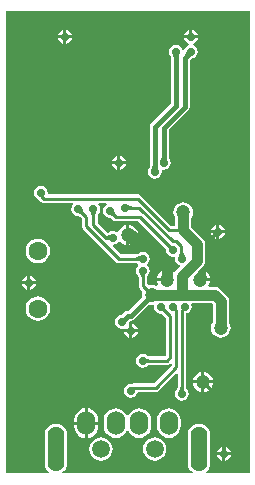
<source format=gbl>
%FSLAX44Y44*%
%MOMM*%
G71*
G01*
G75*
G04 Layer_Physical_Order=2*
G04 Layer_Color=16711680*
%ADD10C,0.2540*%
%ADD11C,0.3810*%
%ADD12C,0.5080*%
%ADD13R,0.9000X1.0000*%
%ADD14R,2.1000X3.0000*%
%ADD15R,0.8000X1.7000*%
%ADD16O,0.8000X1.7000*%
%ADD17R,1.0000X0.9000*%
%ADD18R,1.0000X1.0000*%
%ADD19O,0.6000X1.9000*%
%ADD20R,1.0000X1.0000*%
%ADD21R,1.8000X1.3000*%
%ADD22O,1.5500X0.2500*%
%ADD23O,0.2500X1.5500*%
%ADD24R,2.0000X1.2000*%
%ADD25C,0.7620*%
%ADD26C,1.2700*%
%ADD27C,0.8890*%
%ADD28C,1.6000*%
%ADD29O,1.4000X3.8000*%
%ADD30O,1.5240X2.0320*%
%ADD31C,1.5000*%
%ADD32C,0.7000*%
%ADD33C,1.2000*%
G36*
X209734Y3626D02*
X172931D01*
X172500Y4896D01*
X173628Y5761D01*
X175116Y7701D01*
X176052Y9960D01*
X176371Y12384D01*
Y36384D01*
X176052Y38808D01*
X175116Y41067D01*
X173628Y43007D01*
X171688Y44495D01*
X169429Y45431D01*
X167005Y45750D01*
X164581Y45431D01*
X162322Y44495D01*
X160382Y43007D01*
X158894Y41067D01*
X157958Y38808D01*
X157639Y36384D01*
Y12384D01*
X157958Y9960D01*
X158894Y7701D01*
X160382Y5761D01*
X161510Y4896D01*
X161079Y3626D01*
X51773D01*
X51342Y4896D01*
X52470Y5761D01*
X53958Y7701D01*
X54894Y9960D01*
X55213Y12384D01*
Y36384D01*
X54894Y38808D01*
X53958Y41067D01*
X52470Y43007D01*
X50530Y44495D01*
X48271Y45431D01*
X45847Y45750D01*
X43423Y45431D01*
X41164Y44495D01*
X39224Y43007D01*
X37736Y41067D01*
X36800Y38808D01*
X36481Y36384D01*
Y12384D01*
X36800Y9960D01*
X37736Y7701D01*
X39224Y5761D01*
X40352Y4896D01*
X39921Y3626D01*
X3626D01*
Y395154D01*
X209734D01*
Y3626D01*
D02*
G37*
%LPC*%
G36*
X168910Y89726D02*
X167951Y89600D01*
X165873Y88740D01*
X164089Y87371D01*
X162720Y85587D01*
X161860Y83509D01*
X161733Y82550D01*
X168910D01*
Y89726D01*
D02*
G37*
G36*
X171450D02*
Y82550D01*
X178626D01*
X178500Y83509D01*
X177640Y85587D01*
X176271Y87371D01*
X174487Y88740D01*
X172409Y89600D01*
X171450Y89726D01*
D02*
G37*
G36*
X178626Y80010D02*
X171450D01*
Y72833D01*
X172409Y72960D01*
X174487Y73820D01*
X176271Y75189D01*
X177640Y76973D01*
X178500Y79051D01*
X178626Y80010D01*
D02*
G37*
G36*
X116459Y58759D02*
X113873Y58419D01*
X111463Y57421D01*
X109394Y55833D01*
X107806Y53764D01*
X107113Y52091D01*
X105739D01*
X105046Y53764D01*
X103458Y55833D01*
X101389Y57421D01*
X98979Y58419D01*
X96393Y58759D01*
X93807Y58419D01*
X91397Y57421D01*
X89328Y55833D01*
X87740Y53764D01*
X86742Y51354D01*
X86402Y48768D01*
Y43688D01*
X86742Y41102D01*
X87740Y38692D01*
X89328Y36623D01*
X91397Y35035D01*
X93807Y34037D01*
X96393Y33696D01*
X98979Y34037D01*
X101389Y35035D01*
X103458Y36623D01*
X105046Y38692D01*
X105739Y40365D01*
X107113D01*
X107806Y38692D01*
X109394Y36623D01*
X111463Y35035D01*
X113873Y34037D01*
X116459Y33696D01*
X119045Y34037D01*
X121455Y35035D01*
X123524Y36623D01*
X125112Y38692D01*
X126110Y41102D01*
X126451Y43688D01*
Y48768D01*
X126110Y51354D01*
X125112Y53764D01*
X123524Y55833D01*
X121455Y57421D01*
X119045Y58419D01*
X116459Y58759D01*
D02*
G37*
G36*
X168910Y80010D02*
X161733D01*
X161860Y79051D01*
X162720Y76973D01*
X164089Y75189D01*
X165873Y73820D01*
X167951Y72960D01*
X168910Y72833D01*
Y80010D01*
D02*
G37*
G36*
X107950Y123190D02*
X103314D01*
X103531Y122103D01*
X104865Y120105D01*
X106863Y118771D01*
X107950Y118554D01*
Y123190D01*
D02*
G37*
G36*
X30480Y153615D02*
X27795Y153261D01*
X25293Y152225D01*
X23144Y150576D01*
X21495Y148427D01*
X20459Y145925D01*
X20105Y143240D01*
X20459Y140555D01*
X21495Y138053D01*
X23144Y135904D01*
X25293Y134255D01*
X27795Y133219D01*
X30480Y132865D01*
X33165Y133219D01*
X35667Y134255D01*
X37816Y135904D01*
X39465Y138053D01*
X40501Y140555D01*
X40855Y143240D01*
X40501Y145925D01*
X39465Y148427D01*
X37816Y150576D01*
X35667Y152225D01*
X33165Y153261D01*
X30480Y153615D01*
D02*
G37*
G36*
X21590Y163830D02*
X16954D01*
X17170Y162743D01*
X18505Y160745D01*
X20503Y159410D01*
X21590Y159194D01*
Y163830D01*
D02*
G37*
G36*
X110490Y130366D02*
Y125730D01*
X115126D01*
X114909Y126817D01*
X113575Y128815D01*
X111577Y130149D01*
X110490Y130366D01*
D02*
G37*
G36*
X115126Y123190D02*
X110490D01*
Y118554D01*
X111577Y118771D01*
X113575Y120105D01*
X114909Y122103D01*
X115126Y123190D01*
D02*
G37*
G36*
X33020Y247199D02*
X30762Y246750D01*
X28849Y245471D01*
X27570Y243558D01*
X27121Y241300D01*
X27570Y239042D01*
X28849Y237129D01*
X30762Y235850D01*
X30813Y235840D01*
X32996Y233656D01*
X32996Y233656D01*
X33701Y233185D01*
X34172Y232870D01*
X35560Y232594D01*
X60122D01*
X60480Y231324D01*
X59320Y229588D01*
X58871Y227330D01*
X59320Y225072D01*
X60599Y223158D01*
X62512Y221880D01*
X64770Y221431D01*
X64819Y221441D01*
X65434Y221318D01*
X65996Y220942D01*
X66008Y220954D01*
X66013Y220959D01*
X66013Y220959D01*
X67494Y219478D01*
Y213360D01*
X67494Y213360D01*
X67770Y211973D01*
X68556Y210796D01*
X96496Y182856D01*
X96496Y182856D01*
X97673Y182070D01*
X99060Y181794D01*
X99060Y181794D01*
X113996D01*
Y181787D01*
Y181770D01*
X114660Y181638D01*
X115181Y181290D01*
X115209Y181248D01*
X115618Y180975D01*
Y179705D01*
X115209Y179431D01*
X113930Y177518D01*
X113481Y175260D01*
X113930Y173002D01*
X115209Y171089D01*
X115251Y171061D01*
X115598Y170540D01*
X115730Y169876D01*
X115754D01*
Y162560D01*
X115754Y162560D01*
X116030Y161173D01*
X116816Y159996D01*
X119156Y157656D01*
X118927Y157103D01*
X118643Y154940D01*
X118912Y152895D01*
X107450Y141433D01*
X106680D01*
X106680Y141433D01*
X105045Y141108D01*
X103658Y140182D01*
X103658Y140182D01*
X101420Y137944D01*
X99342Y137530D01*
X97429Y136251D01*
X96150Y134338D01*
X95701Y132080D01*
X96150Y129822D01*
X97429Y127908D01*
X99342Y126630D01*
X101600Y126181D01*
X102357Y126331D01*
X102958Y125730D01*
X107950D01*
Y130722D01*
X107349Y131323D01*
X107464Y131901D01*
X108450Y132887D01*
X109220D01*
X110855Y133212D01*
X112242Y134138D01*
X124955Y146852D01*
X127000Y146582D01*
X128054Y146721D01*
X128922Y145794D01*
X128721Y144780D01*
X129170Y142522D01*
X130449Y140609D01*
X132362Y139330D01*
X134620Y138881D01*
X135264Y139009D01*
X139122Y135150D01*
Y103610D01*
X138198Y102686D01*
X124417D01*
X124291Y102709D01*
X124172Y102742D01*
X124063Y102782D01*
X123960Y102829D01*
X123859Y102887D01*
X123758Y102956D01*
X123710Y102995D01*
X123552Y103231D01*
X121638Y104510D01*
X119380Y104959D01*
X117122Y104510D01*
X115209Y103231D01*
X113930Y101318D01*
X113481Y99060D01*
X113930Y96802D01*
X115209Y94888D01*
X117122Y93610D01*
X119380Y93161D01*
X121638Y93610D01*
X123552Y94888D01*
X123710Y95125D01*
X123758Y95164D01*
X123859Y95233D01*
X123960Y95291D01*
X124063Y95338D01*
X124172Y95378D01*
X124291Y95411D01*
X124417Y95434D01*
X139700D01*
X139700Y95434D01*
X141088Y95710D01*
X142264Y96496D01*
X142775Y97008D01*
X143948Y96522D01*
Y94941D01*
X128833Y79826D01*
X111760D01*
X110372Y79550D01*
X110119Y79380D01*
X109220Y79559D01*
X106962Y79110D01*
X105049Y77832D01*
X103770Y75918D01*
X103321Y73660D01*
X103770Y71402D01*
X105049Y69489D01*
X106962Y68210D01*
X109220Y67761D01*
X111478Y68210D01*
X113392Y69489D01*
X114670Y71402D01*
X114903Y72574D01*
X130335D01*
X130335Y72574D01*
X131722Y72850D01*
X132899Y73636D01*
X147601Y88338D01*
X148774Y87852D01*
Y76157D01*
X148751Y76031D01*
X148718Y75912D01*
X148678Y75803D01*
X148631Y75700D01*
X148573Y75599D01*
X148504Y75498D01*
X148465Y75450D01*
X148229Y75292D01*
X146950Y73378D01*
X146501Y71120D01*
X146950Y68862D01*
X148229Y66948D01*
X150142Y65670D01*
X152400Y65221D01*
X154658Y65670D01*
X156572Y66948D01*
X157850Y68862D01*
X158299Y71120D01*
X157850Y73378D01*
X156572Y75292D01*
X156335Y75450D01*
X156296Y75498D01*
X156227Y75599D01*
X156169Y75700D01*
X156122Y75803D01*
X156082Y75912D01*
X156049Y76031D01*
X156026Y76157D01*
Y139097D01*
X157198Y139330D01*
X159111Y140609D01*
X160390Y142522D01*
X160839Y144780D01*
X160407Y146952D01*
X160417Y147232D01*
X160946Y148222D01*
X177457D01*
X178631Y147048D01*
Y131763D01*
X178182Y131179D01*
X177347Y129163D01*
X177062Y127000D01*
X177347Y124837D01*
X178182Y122821D01*
X179510Y121090D01*
X181241Y119762D01*
X183257Y118927D01*
X185420Y118643D01*
X187583Y118927D01*
X189599Y119762D01*
X191330Y121090D01*
X192658Y122821D01*
X193493Y124837D01*
X193778Y127000D01*
X193493Y129163D01*
X192658Y131179D01*
X192209Y131763D01*
Y149860D01*
X191978Y151617D01*
X191299Y153255D01*
X190831Y153865D01*
X190221Y154661D01*
X185070Y159812D01*
X183664Y160891D01*
X182985Y161171D01*
X182026Y161569D01*
X181209Y161676D01*
X180269Y161800D01*
X175177D01*
X174615Y162939D01*
X174997Y163436D01*
X175857Y165514D01*
X175984Y166473D01*
X167537D01*
Y169013D01*
X175984D01*
X175857Y169972D01*
X174997Y172050D01*
X173628Y173834D01*
X171844Y175203D01*
X169766Y176063D01*
X169146Y176145D01*
X168738Y177347D01*
X169901Y178510D01*
X170979Y179916D01*
X171658Y181553D01*
X171889Y183310D01*
Y198120D01*
X171658Y199877D01*
X170979Y201514D01*
X169901Y202921D01*
X160459Y212362D01*
Y220026D01*
X160908Y220611D01*
X161743Y222627D01*
X162027Y224790D01*
X161743Y226953D01*
X160908Y228969D01*
X159580Y230700D01*
X157849Y232028D01*
X155833Y232863D01*
X153670Y233148D01*
X151507Y232863D01*
X149491Y232028D01*
X147760Y230700D01*
X146432Y228969D01*
X145597Y226953D01*
X145312Y224790D01*
X145597Y222627D01*
X146432Y220611D01*
X146881Y220026D01*
Y213176D01*
X143422D01*
X117814Y238784D01*
X116637Y239570D01*
X115250Y239846D01*
X115250Y239846D01*
X39631D01*
X38825Y240827D01*
X38919Y241300D01*
X38470Y243558D01*
X37192Y245471D01*
X35278Y246750D01*
X33020Y247199D01*
D02*
G37*
G36*
X129413Y34254D02*
X126858Y33918D01*
X124478Y32932D01*
X122434Y31363D01*
X120865Y29319D01*
X119879Y26939D01*
X119543Y24384D01*
X119879Y21829D01*
X120865Y19449D01*
X122434Y17405D01*
X124478Y15836D01*
X126858Y14850D01*
X129413Y14514D01*
X131968Y14850D01*
X134348Y15836D01*
X136392Y17405D01*
X137961Y19449D01*
X138947Y21829D01*
X139283Y24384D01*
X138947Y26939D01*
X137961Y29319D01*
X136392Y31363D01*
X134348Y32932D01*
X131968Y33918D01*
X129413Y34254D01*
D02*
G37*
G36*
X186690Y26226D02*
X185603Y26010D01*
X183605Y24675D01*
X182271Y22677D01*
X182054Y21590D01*
X186690D01*
Y26226D01*
D02*
G37*
G36*
X83947Y34254D02*
X81392Y33918D01*
X79012Y32932D01*
X76968Y31363D01*
X75399Y29319D01*
X74413Y26939D01*
X74077Y24384D01*
X74413Y21829D01*
X75399Y19449D01*
X76968Y17405D01*
X79012Y15836D01*
X81392Y14850D01*
X83947Y14514D01*
X86502Y14850D01*
X88882Y15836D01*
X90927Y17405D01*
X92495Y19449D01*
X93481Y21829D01*
X93817Y24384D01*
X93481Y26939D01*
X92495Y29319D01*
X90927Y31363D01*
X88882Y32932D01*
X86502Y33918D01*
X83947Y34254D01*
D02*
G37*
G36*
X186690Y19050D02*
X182054D01*
X182271Y17963D01*
X183605Y15965D01*
X185603Y14631D01*
X186690Y14414D01*
Y19050D01*
D02*
G37*
G36*
X193866D02*
X189230D01*
Y14414D01*
X190317Y14631D01*
X192315Y15965D01*
X193650Y17963D01*
X193866Y19050D01*
D02*
G37*
G36*
X189230Y26226D02*
Y21590D01*
X193866D01*
X193650Y22677D01*
X192315Y24675D01*
X190317Y26010D01*
X189230Y26226D01*
D02*
G37*
G36*
X70231Y58849D02*
X68849Y58667D01*
X66377Y57643D01*
X64255Y56014D01*
X62626Y53892D01*
X61603Y51420D01*
X61253Y48768D01*
Y47498D01*
X70231D01*
Y58849D01*
D02*
G37*
G36*
X72771D02*
Y47498D01*
X81749D01*
Y48768D01*
X81399Y51420D01*
X80376Y53892D01*
X78747Y56014D01*
X76625Y57643D01*
X74153Y58667D01*
X72771Y58849D01*
D02*
G37*
G36*
X141351Y58759D02*
X138765Y58419D01*
X136355Y57421D01*
X134286Y55833D01*
X132698Y53764D01*
X131700Y51354D01*
X131360Y48768D01*
Y43688D01*
X131700Y41102D01*
X132698Y38692D01*
X134286Y36623D01*
X136355Y35035D01*
X138765Y34037D01*
X141351Y33696D01*
X143937Y34037D01*
X146347Y35035D01*
X148416Y36623D01*
X150004Y38692D01*
X151002Y41102D01*
X151342Y43688D01*
Y48768D01*
X151002Y51354D01*
X150004Y53764D01*
X148416Y55833D01*
X146347Y57421D01*
X143937Y58419D01*
X141351Y58759D01*
D02*
G37*
G36*
X70231Y44958D02*
X61253D01*
Y43688D01*
X61603Y41036D01*
X62626Y38564D01*
X64255Y36442D01*
X66377Y34813D01*
X68849Y33790D01*
X70231Y33607D01*
Y44958D01*
D02*
G37*
G36*
X81749D02*
X72771D01*
Y33607D01*
X74153Y33790D01*
X76625Y34813D01*
X78747Y36442D01*
X80376Y38564D01*
X81399Y41036D01*
X81749Y43688D01*
Y44958D01*
D02*
G37*
G36*
X97790Y272606D02*
X96703Y272390D01*
X94705Y271055D01*
X93371Y269057D01*
X93154Y267970D01*
X97790D01*
Y272606D01*
D02*
G37*
G36*
X100330D02*
Y267970D01*
X104966D01*
X104749Y269057D01*
X103415Y271055D01*
X101417Y272390D01*
X100330Y272606D01*
D02*
G37*
G36*
X165926Y372110D02*
X154114D01*
X154331Y371023D01*
X155665Y369025D01*
X157663Y367691D01*
X158380Y367548D01*
Y366253D01*
X157762Y366130D01*
X155849Y364851D01*
X154570Y362938D01*
X154317Y361669D01*
X153023D01*
X152770Y362938D01*
X151491Y364851D01*
X149578Y366130D01*
X147320Y366579D01*
X145062Y366130D01*
X143148Y364851D01*
X141870Y362938D01*
X141421Y360680D01*
X141870Y358422D01*
X143011Y356714D01*
X143047Y356628D01*
Y316730D01*
X126447Y300131D01*
X125521Y298744D01*
X125196Y297109D01*
Y263009D01*
X125179Y262967D01*
X124090Y261338D01*
X123641Y259080D01*
X124090Y256822D01*
X125368Y254909D01*
X127282Y253630D01*
X129540Y253181D01*
X131798Y253630D01*
X133712Y254909D01*
X134990Y256822D01*
X135439Y259080D01*
X135235Y260107D01*
X136133Y261005D01*
X137160Y260801D01*
X139418Y261250D01*
X141332Y262528D01*
X142610Y264442D01*
X143059Y266700D01*
X142610Y268958D01*
X141469Y270666D01*
X141433Y270752D01*
Y294409D01*
X157962Y310937D01*
X157962Y310937D01*
X158888Y312324D01*
X159213Y313959D01*
Y353830D01*
X160176Y354793D01*
X160262Y354829D01*
X162278Y355230D01*
X164191Y356508D01*
X165470Y358422D01*
X165919Y360680D01*
X165470Y362938D01*
X164191Y364851D01*
X162278Y366130D01*
X161660Y366253D01*
Y367548D01*
X162377Y367691D01*
X164375Y369025D01*
X165709Y371023D01*
X165926Y372110D01*
D02*
G37*
G36*
X184150Y214186D02*
Y209550D01*
X188786D01*
X188570Y210637D01*
X187235Y212635D01*
X185237Y213969D01*
X184150Y214186D01*
D02*
G37*
G36*
X97790Y265430D02*
X93154D01*
X93371Y264343D01*
X94705Y262345D01*
X96703Y261010D01*
X97790Y260794D01*
Y265430D01*
D02*
G37*
G36*
X104966D02*
X100330D01*
Y260794D01*
X101417Y261010D01*
X103415Y262345D01*
X104749Y264343D01*
X104966Y265430D01*
D02*
G37*
G36*
X54610Y379286D02*
Y374650D01*
X59246D01*
X59029Y375737D01*
X57695Y377735D01*
X55697Y379070D01*
X54610Y379286D01*
D02*
G37*
G36*
X158750D02*
X157663Y379070D01*
X155665Y377735D01*
X154331Y375737D01*
X154114Y374650D01*
X158750D01*
Y379286D01*
D02*
G37*
G36*
X161290D02*
Y374650D01*
X165926D01*
X165709Y375737D01*
X164375Y377735D01*
X162377Y379070D01*
X161290Y379286D01*
D02*
G37*
G36*
X52070Y372110D02*
X47434D01*
X47650Y371023D01*
X48985Y369025D01*
X50983Y367691D01*
X52070Y367474D01*
Y372110D01*
D02*
G37*
G36*
X59246D02*
X54610D01*
Y367474D01*
X55697Y367691D01*
X57695Y369025D01*
X59029Y371023D01*
X59246Y372110D01*
D02*
G37*
G36*
X52070Y379286D02*
X50983Y379070D01*
X48985Y377735D01*
X47650Y375737D01*
X47434Y374650D01*
X52070D01*
Y379286D01*
D02*
G37*
G36*
X181610Y214186D02*
X180523Y213969D01*
X178525Y212635D01*
X177190Y210637D01*
X176974Y209550D01*
X181610D01*
Y214186D01*
D02*
G37*
G36*
Y207010D02*
X176974D01*
X177190Y205923D01*
X178525Y203925D01*
X180523Y202591D01*
X181610Y202374D01*
Y207010D01*
D02*
G37*
G36*
X24130Y171006D02*
Y166370D01*
X28766D01*
X28549Y167457D01*
X27215Y169455D01*
X25217Y170790D01*
X24130Y171006D01*
D02*
G37*
G36*
X30480Y202415D02*
X27795Y202061D01*
X25293Y201025D01*
X23144Y199376D01*
X21495Y197227D01*
X20459Y194725D01*
X20105Y192040D01*
X20459Y189355D01*
X21495Y186853D01*
X23144Y184704D01*
X25293Y183055D01*
X27795Y182019D01*
X30480Y181665D01*
X33165Y182019D01*
X35667Y183055D01*
X37816Y184704D01*
X39465Y186853D01*
X40501Y189355D01*
X40855Y192040D01*
X40501Y194725D01*
X39465Y197227D01*
X37816Y199376D01*
X35667Y201025D01*
X33165Y202061D01*
X30480Y202415D01*
D02*
G37*
G36*
X28766Y163830D02*
X24130D01*
Y159194D01*
X25217Y159410D01*
X27215Y160745D01*
X28549Y162743D01*
X28766Y163830D01*
D02*
G37*
G36*
X188786Y207010D02*
X184150D01*
Y202374D01*
X185237Y202591D01*
X187235Y203925D01*
X188570Y205923D01*
X188786Y207010D01*
D02*
G37*
G36*
X21590Y171006D02*
X20503Y170790D01*
X18505Y169455D01*
X17170Y167457D01*
X16954Y166370D01*
X21590D01*
Y171006D01*
D02*
G37*
%LPD*%
G36*
X88904Y231324D02*
X87268Y230231D01*
X85990Y228318D01*
X85541Y226060D01*
X85990Y223802D01*
X87268Y221889D01*
X89182Y220610D01*
X91440Y220161D01*
X91489Y220170D01*
X92104Y220048D01*
X92666Y219673D01*
X92678Y219684D01*
X92683Y219689D01*
X92683Y219689D01*
X93956Y218416D01*
X93956Y218416D01*
X95133Y217630D01*
X96520Y217354D01*
X96520Y217354D01*
X115338D01*
X139009Y193684D01*
X138881Y193040D01*
X139330Y190782D01*
X140609Y188869D01*
X142522Y187590D01*
X144780Y187141D01*
X145807Y187345D01*
X146705Y186447D01*
X146501Y185420D01*
X146950Y183162D01*
X148229Y181248D01*
X150142Y179970D01*
X150503Y179898D01*
X150871Y178683D01*
X147630Y175442D01*
X146894Y174482D01*
X146223Y174088D01*
X145261Y174240D01*
X144007Y175203D01*
X141929Y176063D01*
X140970Y176189D01*
Y167743D01*
X139700D01*
Y166473D01*
X131253D01*
X131380Y165514D01*
X132055Y163883D01*
X131727Y162647D01*
X131506Y162307D01*
X131179Y162178D01*
X129163Y163013D01*
X127000Y163298D01*
X124837Y163013D01*
X124284Y162784D01*
X123006Y164062D01*
Y169876D01*
X123030D01*
X123162Y170540D01*
X123510Y171061D01*
X123552Y171089D01*
X124830Y173002D01*
X125279Y175260D01*
X124830Y177518D01*
X123552Y179431D01*
X123142Y179705D01*
Y180975D01*
X123552Y181248D01*
X124830Y183162D01*
X125279Y185420D01*
X124830Y187678D01*
X123552Y189592D01*
X121638Y190870D01*
X119380Y191319D01*
X117122Y190870D01*
X115209Y189592D01*
X115181Y189550D01*
X114660Y189202D01*
X113996Y189070D01*
Y189046D01*
X100562D01*
X93397Y196210D01*
X93505Y196412D01*
X94082Y197321D01*
X96238Y197750D01*
X98152Y199028D01*
X98763Y199943D01*
X100324Y199994D01*
X100589Y199649D01*
X102373Y198280D01*
X104451Y197420D01*
X105410Y197293D01*
Y205740D01*
Y214186D01*
X104451Y214060D01*
X102373Y213200D01*
X100589Y211831D01*
X99220Y210047D01*
X98616Y208588D01*
X97298Y208061D01*
X97093Y208079D01*
X96238Y208650D01*
X93980Y209099D01*
X91722Y208650D01*
X89809Y207372D01*
X88670Y207762D01*
X81096Y215337D01*
Y221946D01*
X81120D01*
X81252Y222610D01*
X81600Y223130D01*
X81642Y223158D01*
X82920Y225072D01*
X83369Y227330D01*
X82920Y229588D01*
X81760Y231324D01*
X82118Y232594D01*
X88618D01*
X88904Y231324D01*
D02*
G37*
G36*
X153682Y76146D02*
X153717Y75821D01*
X153776Y75508D01*
X153859Y75205D01*
X153965Y74913D01*
X154095Y74633D01*
X154248Y74363D01*
X154425Y74104D01*
X154626Y73856D01*
X154850Y73619D01*
X149950D01*
X150174Y73856D01*
X150375Y74104D01*
X150552Y74363D01*
X150705Y74633D01*
X150835Y74913D01*
X150941Y75205D01*
X151024Y75508D01*
X151083Y75821D01*
X151118Y76146D01*
X151130Y76481D01*
X153670D01*
X153682Y76146D01*
D02*
G37*
G36*
X122116Y101286D02*
X122364Y101085D01*
X122623Y100908D01*
X122893Y100755D01*
X123173Y100625D01*
X123465Y100519D01*
X123768Y100436D01*
X124081Y100377D01*
X124406Y100342D01*
X124741Y100330D01*
Y97790D01*
X124406Y97778D01*
X124081Y97743D01*
X123768Y97684D01*
X123465Y97601D01*
X123173Y97495D01*
X122893Y97365D01*
X122623Y97212D01*
X122364Y97035D01*
X122116Y96834D01*
X121880Y96610D01*
Y101510D01*
X122116Y101286D01*
D02*
G37*
%LPC*%
G36*
X107950Y214186D02*
Y207010D01*
X115126D01*
X115000Y207969D01*
X114140Y210047D01*
X112771Y211831D01*
X110987Y213200D01*
X108909Y214060D01*
X107950Y214186D01*
D02*
G37*
G36*
X138430Y176189D02*
X137471Y176063D01*
X135393Y175203D01*
X133609Y173834D01*
X132240Y172050D01*
X131380Y169972D01*
X131253Y169013D01*
X138430D01*
Y176189D01*
D02*
G37*
G36*
X115126Y204470D02*
X107950D01*
Y197293D01*
X108909Y197420D01*
X110987Y198280D01*
X112771Y199649D01*
X114140Y201433D01*
X115000Y203511D01*
X115126Y204470D01*
D02*
G37*
%LPD*%
D10*
X67000Y227330D02*
G03*
X68577Y223523I5384J0D01*
G01*
X68577Y223523D02*
G03*
X64770Y225100I-3807J-3807D01*
G01*
X169493Y176388D02*
G03*
X167200Y167649I6332J-6332D01*
G01*
X172567Y179462D02*
G03*
X169646Y168332I8064J-8064D01*
G01*
X175641Y182536D02*
G03*
X172093Y169015I9796J-9796D01*
G01*
X165960Y172202D02*
G03*
X167537Y174432I-788J2230D01*
G01*
D02*
G03*
X169114Y172202I2365J0D01*
G01*
X182880Y206050D02*
G03*
X179073Y204473I0J-5384D01*
G01*
X179073Y204473D02*
G03*
X180650Y208280I-3807J3807D01*
G01*
X120957Y173683D02*
G03*
X119380Y169876I3807J-3807D01*
G01*
D02*
G03*
X117803Y173683I-5384J0D01*
G01*
X150823Y186997D02*
G03*
X151836Y189442I-2445J2445D01*
G01*
Y192165D02*
G03*
X153977Y186997I7309J0D01*
G01*
X93670Y226060D02*
G03*
X95247Y222253I5384J0D01*
G01*
X95247Y222253D02*
G03*
X91440Y223830I-3807J-3807D01*
G01*
X105717Y230177D02*
G03*
X110137Y228346I4420J4420D01*
G01*
X108911D02*
G03*
X105717Y227023I0J-4516D01*
G01*
X117803Y183843D02*
G03*
X113996Y185420I-3807J-3807D01*
G01*
D02*
G03*
X117803Y186997I0J5384D01*
G01*
X92403Y201623D02*
G03*
X88596Y203200I-3807J-3807D01*
G01*
D02*
G03*
X92403Y204777I0J5384D01*
G01*
X79047Y225753D02*
G03*
X77470Y221946I3807J-3807D01*
G01*
D02*
G03*
X75893Y225753I-5384J0D01*
G01*
X34979Y240235D02*
G03*
X35560Y236220I2977J-1619D01*
G01*
X170180Y81280D02*
X187960Y63500D01*
Y20320D02*
Y63500D01*
X109220Y73660D02*
X111760Y76200D01*
X130335D01*
X119380Y99060D02*
X139700D01*
X142748Y102108D01*
Y136652D01*
X134620Y144780D02*
X142748Y136652D01*
X64770Y227330D02*
X71120Y220980D01*
Y213360D02*
Y220980D01*
Y213360D02*
X99060Y185420D01*
X77470Y213835D02*
Y227330D01*
Y213835D02*
X88105Y203200D01*
X141920Y209550D02*
X153670D01*
X115250Y236220D02*
X141920Y209550D01*
X35560Y236220D02*
X115250D01*
X175641Y201041D02*
X182880Y208280D01*
X175641Y182536D02*
Y201041D01*
X167537Y174432D02*
X175641Y182536D01*
X167537Y167743D02*
Y174432D01*
X33020Y238760D02*
X35560Y236220D01*
X33020Y238760D02*
Y241300D01*
X116840Y220980D02*
X144780Y193040D01*
X96520Y220980D02*
X116840D01*
X91440Y226060D02*
X96520Y220980D01*
X104140Y228600D02*
X104394Y228346D01*
X116299D01*
X88105Y203200D02*
X93980D01*
X99060Y185420D02*
X119380D01*
X151836Y185984D02*
Y195963D01*
X147703Y200096D02*
X151836Y195963D01*
X144549Y200096D02*
X147703D01*
X116299Y228346D02*
X144549Y200096D01*
X151836Y185984D02*
X152400Y185420D01*
X119380Y162560D02*
Y175260D01*
Y162560D02*
X127000Y154940D01*
X144780Y144780D02*
X147574Y141986D01*
Y93439D02*
Y141986D01*
X130335Y76200D02*
X147574Y93439D01*
X152400Y142240D02*
X154940Y144780D01*
X152400Y71120D02*
Y142240D01*
X116459Y39361D02*
X116840Y38980D01*
D11*
X160020Y359085D02*
G03*
X157297Y357957I0J-3851D01*
G01*
D02*
G03*
X158425Y360680I-2723J2723D01*
G01*
X128412Y260208D02*
G03*
X129469Y262759I-2551J2551D01*
G01*
Y263102D02*
G03*
X130668Y260208I4093J0D01*
G01*
X136032Y267828D02*
G03*
X137160Y270551I-2723J2723D01*
G01*
D02*
G03*
X138288Y267828I3851J0D01*
G01*
X148448Y359552D02*
G03*
X147320Y356829I2723J-2723D01*
G01*
D02*
G03*
X146192Y359552I-3851J0D01*
G01*
X154940Y355600D02*
X160020Y360680D01*
X154940Y313959D02*
Y355600D01*
X137160Y296179D02*
X154940Y313959D01*
X147320Y314960D02*
Y360680D01*
X129469Y297109D02*
X147320Y314960D01*
X137160Y266700D02*
Y296179D01*
X129469Y259151D02*
Y297109D01*
Y259151D02*
X129540Y259080D01*
X109220Y137160D02*
X127000Y154940D01*
X106680Y137160D02*
X109220D01*
X101600Y132080D02*
X106680Y137160D01*
D27*
X107818Y206799D02*
G03*
X121919Y200660I14101J13123D01*
G01*
X153670Y209550D02*
X165100Y198120D01*
Y183310D02*
Y198120D01*
X152431Y170641D02*
X165100Y183310D01*
X106680Y205740D02*
X111760Y200660D01*
X121920D01*
X139700Y167743D02*
Y182880D01*
X121920Y200660D02*
X139700Y182880D01*
X153670Y209550D02*
Y224790D01*
X152400Y155011D02*
X180269D01*
X127071D02*
X152400D01*
X152431Y155042D02*
Y170641D01*
X152400Y155011D02*
X152431Y155042D01*
X127000Y154940D02*
X127071Y155011D01*
X180269D02*
X185420Y149860D01*
Y127000D02*
Y149860D01*
D28*
X30480Y143240D02*
D03*
Y192040D02*
D03*
D29*
X167005Y24384D02*
D03*
X45847D02*
D03*
D30*
X116459Y46228D02*
D03*
X141351D02*
D03*
X96393D02*
D03*
X71501D02*
D03*
D31*
X129413Y24384D02*
D03*
X83947D02*
D03*
D32*
X152400Y71120D02*
D03*
X187960Y20320D02*
D03*
X109220Y73660D02*
D03*
X22860Y165100D02*
D03*
X182880Y208280D02*
D03*
X160020Y360680D02*
D03*
X147320D02*
D03*
X137160Y266700D02*
D03*
X129540Y259080D02*
D03*
X99060Y266700D02*
D03*
X33020Y241300D02*
D03*
X77470Y227330D02*
D03*
X64770D02*
D03*
X93980Y203200D02*
D03*
X119380Y185420D02*
D03*
X104140Y228600D02*
D03*
X91440Y226060D02*
D03*
X152400Y185420D02*
D03*
X144780Y193040D02*
D03*
X53340Y373380D02*
D03*
X160020D02*
D03*
X119380Y175260D02*
D03*
X134620Y144780D02*
D03*
X119380Y99060D02*
D03*
X144780Y144780D02*
D03*
X154940D02*
D03*
X101600Y132080D02*
D03*
X109220Y124460D02*
D03*
D33*
X167537Y167743D02*
D03*
X170180Y81280D02*
D03*
X139700Y167743D02*
D03*
X106680Y205740D02*
D03*
X153670Y224790D02*
D03*
X127000Y154940D02*
D03*
X185420Y127000D02*
D03*
M02*

</source>
